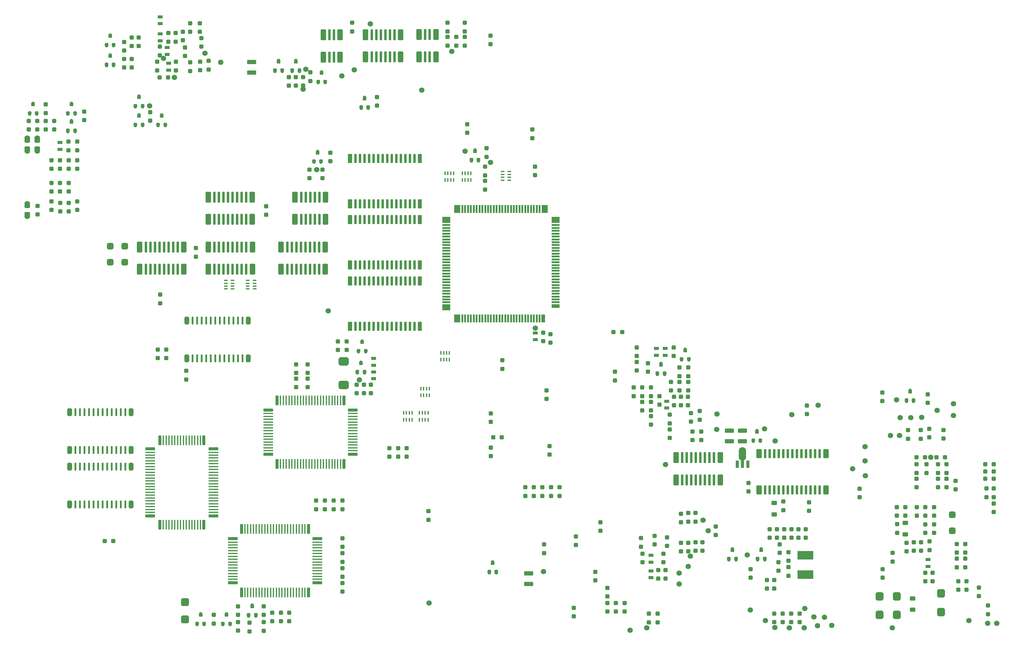
<source format=gbp>
G04 #@! TF.GenerationSoftware,KiCad,Pcbnew,7.0.8*
G04 #@! TF.CreationDate,2023-11-11T13:49:26+01:00*
G04 #@! TF.ProjectId,PCE,5043452e-6b69-4636-9164-5f7063625858,1.3*
G04 #@! TF.SameCoordinates,Original*
G04 #@! TF.FileFunction,Paste,Bot*
G04 #@! TF.FilePolarity,Positive*
%FSLAX46Y46*%
G04 Gerber Fmt 4.6, Leading zero omitted, Abs format (unit mm)*
G04 Created by KiCad (PCBNEW 7.0.8) date 2023-11-11 13:49:26*
%MOMM*%
%LPD*%
G01*
G04 APERTURE LIST*
G04 Aperture macros list*
%AMRoundRect*
0 Rectangle with rounded corners*
0 $1 Rounding radius*
0 $2 $3 $4 $5 $6 $7 $8 $9 X,Y pos of 4 corners*
0 Add a 4 corners polygon primitive as box body*
4,1,4,$2,$3,$4,$5,$6,$7,$8,$9,$2,$3,0*
0 Add four circle primitives for the rounded corners*
1,1,$1+$1,$2,$3*
1,1,$1+$1,$4,$5*
1,1,$1+$1,$6,$7*
1,1,$1+$1,$8,$9*
0 Add four rect primitives between the rounded corners*
20,1,$1+$1,$2,$3,$4,$5,0*
20,1,$1+$1,$4,$5,$6,$7,0*
20,1,$1+$1,$6,$7,$8,$9,0*
20,1,$1+$1,$8,$9,$2,$3,0*%
G04 Aperture macros list end*
%ADD10RoundRect,0.292682X-0.307318X0.307318X-0.307318X-0.307318X0.307318X-0.307318X0.307318X0.307318X0*%
%ADD11RoundRect,0.292682X0.307318X-0.307318X0.307318X0.307318X-0.307318X0.307318X-0.307318X-0.307318X0*%
%ADD12RoundRect,0.200000X0.300000X-0.300000X0.300000X0.300000X-0.300000X0.300000X-0.300000X-0.300000X0*%
%ADD13C,1.000000*%
%ADD14RoundRect,0.250000X0.250000X-0.250000X0.250000X0.250000X-0.250000X0.250000X-0.250000X-0.250000X0*%
%ADD15RoundRect,0.207500X-0.207500X-1.181875X0.207500X-1.181875X0.207500X1.181875X-0.207500X1.181875X0*%
%ADD16RoundRect,0.103750X-0.103750X-1.285625X0.103750X-1.285625X0.103750X1.285625X-0.103750X1.285625X0*%
%ADD17RoundRect,0.207500X-1.181875X0.207500X-1.181875X-0.207500X1.181875X-0.207500X1.181875X0.207500X0*%
%ADD18RoundRect,0.103750X-1.285625X0.103750X-1.285625X-0.103750X1.285625X-0.103750X1.285625X0.103750X0*%
%ADD19C,1.500000*%
%ADD20RoundRect,0.150000X0.600000X-1.350000X0.600000X1.350000X-0.600000X1.350000X-0.600000X-1.350000X0*%
%ADD21RoundRect,0.060000X0.240000X-1.440000X0.240000X1.440000X-0.240000X1.440000X-0.240000X-1.440000X0*%
%ADD22R,0.400000X1.100000*%
%ADD23R,1.100000X0.400000*%
%ADD24RoundRect,0.478260X-0.621740X0.671740X-0.621740X-0.671740X0.621740X-0.671740X0.621740X0.671740X0*%
%ADD25RoundRect,0.219512X0.480488X-0.230488X0.480488X0.230488X-0.480488X0.230488X-0.480488X-0.230488X0*%
%ADD26R,0.900000X2.000000*%
%ADD27R,0.900000X2.500000*%
%ADD28RoundRect,1.050000X0.000000X-0.825000X0.000000X0.825000X0.000000X0.825000X0.000000X-0.825000X0*%
%ADD29RoundRect,0.292682X0.307318X0.307318X-0.307318X0.307318X-0.307318X-0.307318X0.307318X-0.307318X0*%
%ADD30RoundRect,0.292682X-0.307318X-0.307318X0.307318X-0.307318X0.307318X0.307318X-0.307318X0.307318X0*%
%ADD31RoundRect,0.060000X0.240000X-1.190000X0.240000X1.190000X-0.240000X1.190000X-0.240000X-1.190000X0*%
%ADD32RoundRect,0.391304X0.508696X-0.508696X0.508696X0.508696X-0.508696X0.508696X-0.508696X-0.508696X0*%
%ADD33RoundRect,0.250000X-0.550000X0.325000X-0.550000X-0.325000X0.550000X-0.325000X0.550000X0.325000X0*%
%ADD34C,1.600000*%
%ADD35RoundRect,0.326087X-0.473913X0.423913X-0.473913X-0.423913X0.473913X-0.423913X0.473913X0.423913X0*%
%ADD36R,2.300000X1.750000*%
%ADD37R,2.300000X0.500000*%
%ADD38R,1.750000X2.300000*%
%ADD39R,0.500000X2.300000*%
%ADD40R,2.300000X1.000000*%
%ADD41R,1.000000X2.300000*%
%ADD42RoundRect,0.325000X-0.325000X-0.753750X0.325000X-0.753750X0.325000X0.753750X-0.325000X0.753750X0*%
%ADD43RoundRect,0.142500X-0.142500X-0.936250X0.142500X-0.936250X0.142500X0.936250X-0.142500X0.936250X0*%
%ADD44RoundRect,0.250000X1.050000X-0.325000X1.050000X0.325000X-1.050000X0.325000X-1.050000X-0.325000X0*%
%ADD45RoundRect,0.326087X0.473913X-0.423913X0.473913X0.423913X-0.473913X0.423913X-0.473913X-0.423913X0*%
%ADD46RoundRect,0.219512X-0.480488X0.230488X-0.480488X-0.230488X0.480488X-0.230488X0.480488X0.230488X0*%
%ADD47RoundRect,0.151000X-0.604000X1.099000X-0.604000X-1.099000X0.604000X-1.099000X0.604000X1.099000X0*%
%ADD48RoundRect,0.060000X-0.240000X1.190000X-0.240000X-1.190000X0.240000X-1.190000X0.240000X1.190000X0*%
%ADD49RoundRect,0.250000X-1.050000X0.325000X-1.050000X-0.325000X1.050000X-0.325000X1.050000X0.325000X0*%
%ADD50RoundRect,0.478260X-0.621740X0.621740X-0.621740X-0.621740X0.621740X-0.621740X0.621740X0.621740X0*%
%ADD51R,4.400000X2.400000*%
%ADD52RoundRect,0.207500X0.207500X1.181875X-0.207500X1.181875X-0.207500X-1.181875X0.207500X-1.181875X0*%
%ADD53RoundRect,0.103750X0.103750X1.285625X-0.103750X1.285625X-0.103750X-1.285625X0.103750X-1.285625X0*%
%ADD54RoundRect,0.150000X-0.600000X1.350000X-0.600000X-1.350000X0.600000X-1.350000X0.600000X1.350000X0*%
%ADD55RoundRect,0.060000X-0.240000X1.440000X-0.240000X-1.440000X0.240000X-1.440000X0.240000X1.440000X0*%
%ADD56RoundRect,0.499999X-0.900001X0.650001X-0.900001X-0.650001X0.900001X-0.650001X0.900001X0.650001X0*%
%ADD57RoundRect,0.391304X-0.508696X0.508696X-0.508696X-0.508696X0.508696X-0.508696X0.508696X0.508696X0*%
G04 APERTURE END LIST*
D10*
X152525000Y-65075000D03*
X152525000Y-67475000D03*
X217075000Y-179912500D03*
X217075000Y-182312500D03*
D11*
X161075000Y-186025000D03*
X161075000Y-183625000D03*
D10*
X330050000Y-177475000D03*
X330050000Y-179875000D03*
D12*
X131150000Y-215650000D03*
D13*
X131150000Y-215350000D03*
X132150000Y-218350000D03*
D14*
X132150000Y-218050000D03*
D13*
X130150000Y-218350000D03*
D14*
X130150000Y-218050000D03*
D11*
X242500000Y-214675000D03*
X242500000Y-212275000D03*
X216600000Y-82150000D03*
X216600000Y-79750000D03*
D15*
X135320000Y-191599000D03*
D16*
X136260000Y-191599000D03*
X137060000Y-191599000D03*
X137860000Y-191599000D03*
X138660000Y-191599000D03*
X139460000Y-191599000D03*
X140260000Y-191599000D03*
X141060000Y-191599000D03*
X141860000Y-191599000D03*
X142660000Y-191599000D03*
X143460000Y-191599000D03*
X144260000Y-191599000D03*
X145060000Y-191599000D03*
X145860000Y-191599000D03*
X146660000Y-191599000D03*
X147460000Y-191599000D03*
X148260000Y-191599000D03*
X149060000Y-191599000D03*
X149860000Y-191599000D03*
X150660000Y-191599000D03*
X151460000Y-191599000D03*
X152260000Y-191599000D03*
X153060000Y-191599000D03*
D15*
X154040000Y-191599000D03*
D17*
X156496800Y-194315000D03*
D18*
X156496800Y-195255000D03*
X156496800Y-196055000D03*
X156496800Y-196855000D03*
X156496800Y-197655000D03*
X156496800Y-198455000D03*
X156496800Y-199255000D03*
X156496800Y-200055000D03*
X156496800Y-200855000D03*
X156496800Y-201655000D03*
X156496800Y-202455000D03*
X156496800Y-203255000D03*
X156496800Y-204055000D03*
X156496800Y-204855000D03*
X156496800Y-205655000D03*
D17*
X156496800Y-206655000D03*
D15*
X154040000Y-209360200D03*
D16*
X153060000Y-209360200D03*
X152260000Y-209360200D03*
X151460000Y-209360200D03*
X150660000Y-209360200D03*
X149860000Y-209360200D03*
X149060000Y-209360200D03*
X148260000Y-209360200D03*
X147460000Y-209360200D03*
X146660000Y-209360200D03*
X145860000Y-209360200D03*
X145060000Y-209360200D03*
X144260000Y-209360200D03*
X143460000Y-209360200D03*
X142660000Y-209360200D03*
X141860000Y-209360200D03*
X141060000Y-209360200D03*
X140260000Y-209360200D03*
X139460000Y-209360200D03*
X138660000Y-209360200D03*
X137860000Y-209360200D03*
X137060000Y-209360200D03*
X136260000Y-209360200D03*
D15*
X135320000Y-209360200D03*
D17*
X132868400Y-206655000D03*
D18*
X132868400Y-205655000D03*
X132868400Y-204855000D03*
X132868400Y-204055000D03*
X132868400Y-203255000D03*
X132868400Y-202455000D03*
X132868400Y-201655000D03*
X132868400Y-200855000D03*
X132868400Y-200055000D03*
X132868400Y-199255000D03*
X132868400Y-198455000D03*
X132868400Y-197655000D03*
X132868400Y-196855000D03*
X132868400Y-196055000D03*
X132868400Y-195255000D03*
D17*
X132868400Y-194315000D03*
D19*
X166825000Y-63075000D03*
D20*
X158805000Y-104875000D03*
D21*
X157090000Y-104875000D03*
X155820000Y-104875000D03*
X154550000Y-104875000D03*
X153280000Y-104875000D03*
X152010000Y-104875000D03*
D20*
X150295000Y-104875000D03*
X150295000Y-98675000D03*
D21*
X152010000Y-98675000D03*
X153280000Y-98675000D03*
X154550000Y-98675000D03*
X155820000Y-98675000D03*
X157090000Y-98675000D03*
D20*
X158805000Y-98675000D03*
D12*
X322275000Y-153125000D03*
D13*
X322275000Y-152825000D03*
X323275000Y-155825000D03*
D14*
X323275000Y-155525000D03*
D13*
X321275000Y-155825000D03*
D14*
X321275000Y-155525000D03*
D10*
X249825000Y-159975000D03*
X249825000Y-162375000D03*
X326550000Y-190275000D03*
X326550000Y-192675000D03*
D19*
X185725000Y-68700000D03*
D10*
X192925000Y-53850000D03*
X192925000Y-56250000D03*
X134375000Y-217650000D03*
X134375000Y-220050000D03*
X167550000Y-151150000D03*
X167550000Y-153550000D03*
D11*
X262250000Y-189500000D03*
X262250000Y-187100000D03*
D22*
X193475000Y-144175000D03*
X192675000Y-144175000D03*
X191875000Y-144175000D03*
X191075000Y-144175000D03*
X191075000Y-142275000D03*
X191875000Y-142275000D03*
X192675000Y-142275000D03*
X193475000Y-142275000D03*
D23*
X137075000Y-124375000D03*
X137075000Y-123575000D03*
X137075000Y-122775000D03*
X137075000Y-121975000D03*
X138975000Y-121975000D03*
X138975000Y-122775000D03*
X138975000Y-123575000D03*
X138975000Y-124375000D03*
D10*
X332425000Y-173475000D03*
X332425000Y-175875000D03*
D20*
X189675000Y-59375000D03*
D21*
X187960000Y-59375000D03*
X186690000Y-59375000D03*
D20*
X184975000Y-59375000D03*
X184975000Y-53175000D03*
D21*
X186690000Y-53175000D03*
X187960000Y-53175000D03*
D20*
X189675000Y-53175000D03*
D10*
X163575000Y-198375000D03*
X163575000Y-200775000D03*
X171500000Y-151150000D03*
X171500000Y-153550000D03*
D19*
X322475000Y-160375000D03*
D24*
X313750000Y-210450000D03*
X313750000Y-215650000D03*
D25*
X84575000Y-85275000D03*
X84575000Y-83375000D03*
D10*
X127550000Y-215650000D03*
X127550000Y-218050000D03*
X326500000Y-203800000D03*
X326500000Y-206200000D03*
X321700000Y-163900000D03*
X321700000Y-166300000D03*
D11*
X89400000Y-102250000D03*
X89400000Y-99850000D03*
X325300000Y-166300000D03*
X325300000Y-163900000D03*
D15*
X145295000Y-155599000D03*
D16*
X146235000Y-155599000D03*
X147035000Y-155599000D03*
X147835000Y-155599000D03*
X148635000Y-155599000D03*
X149435000Y-155599000D03*
X150235000Y-155599000D03*
X151035000Y-155599000D03*
X151835000Y-155599000D03*
X152635000Y-155599000D03*
X153435000Y-155599000D03*
X154235000Y-155599000D03*
X155035000Y-155599000D03*
X155835000Y-155599000D03*
X156635000Y-155599000D03*
X157435000Y-155599000D03*
X158235000Y-155599000D03*
X159035000Y-155599000D03*
X159835000Y-155599000D03*
X160635000Y-155599000D03*
X161435000Y-155599000D03*
X162235000Y-155599000D03*
X163035000Y-155599000D03*
D15*
X164015000Y-155599000D03*
D17*
X166471800Y-158315000D03*
D18*
X166471800Y-159255000D03*
X166471800Y-160055000D03*
X166471800Y-160855000D03*
X166471800Y-161655000D03*
X166471800Y-162455000D03*
X166471800Y-163255000D03*
X166471800Y-164055000D03*
X166471800Y-164855000D03*
X166471800Y-165655000D03*
X166471800Y-166455000D03*
X166471800Y-167255000D03*
X166471800Y-168055000D03*
X166471800Y-168855000D03*
X166471800Y-169655000D03*
D17*
X166471800Y-170655000D03*
D15*
X164015000Y-173360200D03*
D16*
X163035000Y-173360200D03*
X162235000Y-173360200D03*
X161435000Y-173360200D03*
X160635000Y-173360200D03*
X159835000Y-173360200D03*
X159035000Y-173360200D03*
X158235000Y-173360200D03*
X157435000Y-173360200D03*
X156635000Y-173360200D03*
X155835000Y-173360200D03*
X155035000Y-173360200D03*
X154235000Y-173360200D03*
X153435000Y-173360200D03*
X152635000Y-173360200D03*
X151835000Y-173360200D03*
X151035000Y-173360200D03*
X150235000Y-173360200D03*
X149435000Y-173360200D03*
X148635000Y-173360200D03*
X147835000Y-173360200D03*
X147035000Y-173360200D03*
X146235000Y-173360200D03*
D15*
X145295000Y-173360200D03*
D17*
X142843400Y-170655000D03*
D18*
X142843400Y-169655000D03*
X142843400Y-168855000D03*
X142843400Y-168055000D03*
X142843400Y-167255000D03*
X142843400Y-166455000D03*
X142843400Y-165655000D03*
X142843400Y-164855000D03*
X142843400Y-164055000D03*
X142843400Y-163255000D03*
X142843400Y-162455000D03*
X142843400Y-161655000D03*
X142843400Y-160855000D03*
X142843400Y-160055000D03*
X142843400Y-159255000D03*
D17*
X142843400Y-158315000D03*
D11*
X260250000Y-189500000D03*
X260250000Y-187100000D03*
D10*
X102550000Y-60000000D03*
X102550000Y-62400000D03*
D19*
X113550000Y-59800000D03*
D12*
X145700000Y-60725000D03*
D13*
X145700000Y-60425000D03*
X146700000Y-63425000D03*
D14*
X146700000Y-63125000D03*
D13*
X144700000Y-63425000D03*
D14*
X144700000Y-63125000D03*
D26*
X276925000Y-173450000D03*
D27*
X275425000Y-173200000D03*
D28*
X275425000Y-170575000D03*
D26*
X273925000Y-173450000D03*
D11*
X294025000Y-186475000D03*
X294025000Y-184075000D03*
D10*
X287070800Y-191662200D03*
X287070800Y-194062200D03*
D11*
X337675000Y-202287500D03*
X337675000Y-199887500D03*
D10*
X335725000Y-206175000D03*
X335725000Y-208575000D03*
D29*
X241750000Y-136425000D03*
X239350000Y-136425000D03*
D11*
X221900000Y-182312500D03*
X221900000Y-179912500D03*
X118900000Y-54750000D03*
X118900000Y-52350000D03*
D10*
X197750000Y-49850000D03*
X197750000Y-52250000D03*
D11*
X237625000Y-210450000D03*
X237625000Y-208050000D03*
D12*
X259375000Y-141575000D03*
D13*
X259375000Y-141275000D03*
X260375000Y-144275000D03*
D14*
X260375000Y-143975000D03*
D13*
X258375000Y-144275000D03*
D14*
X258375000Y-143975000D03*
D11*
X78200000Y-79725000D03*
X78200000Y-77325000D03*
D29*
X345675000Y-173475000D03*
X343275000Y-173475000D03*
D30*
X324075000Y-171475000D03*
X326475000Y-171475000D03*
D19*
X109625000Y-73075000D03*
D10*
X261450000Y-164300000D03*
X261450000Y-166700000D03*
D11*
X89350000Y-90725000D03*
X89350000Y-88325000D03*
X142175000Y-103600000D03*
X142175000Y-101200000D03*
X251875000Y-205450000D03*
X251875000Y-203050000D03*
D12*
X87750000Y-77575000D03*
D13*
X87750000Y-77275000D03*
X88750000Y-80275000D03*
D14*
X88750000Y-79975000D03*
D13*
X86750000Y-80275000D03*
D14*
X86750000Y-79975000D03*
D19*
X277622000Y-214223600D03*
D11*
X235650000Y-192100000D03*
X235650000Y-189700000D03*
D19*
X197850000Y-85800000D03*
D10*
X326875000Y-173475000D03*
X326875000Y-175875000D03*
D11*
X89375000Y-85525000D03*
X89375000Y-83125000D03*
X318675000Y-192650000D03*
X318675000Y-190250000D03*
D19*
X264400000Y-189100000D03*
D11*
X146325000Y-217425000D03*
X146325000Y-215025000D03*
D19*
X319475000Y-160375000D03*
D11*
X288264600Y-200482200D03*
X288264600Y-198082200D03*
D22*
X194625000Y-93875000D03*
X193825000Y-93875000D03*
X193025000Y-93875000D03*
X192225000Y-93875000D03*
X192225000Y-91975000D03*
X193025000Y-91975000D03*
X193825000Y-91975000D03*
X194625000Y-91975000D03*
D11*
X249825000Y-154375000D03*
X249825000Y-151975000D03*
X86975000Y-90725000D03*
X86975000Y-88325000D03*
D31*
X184950000Y-100550000D03*
X185425000Y-100550000D03*
X183680000Y-100550000D03*
X182410000Y-100550000D03*
X181140000Y-100550000D03*
X179870000Y-100550000D03*
X178600000Y-100550000D03*
X177330000Y-100550000D03*
X176060000Y-100550000D03*
X174790000Y-100550000D03*
X173520000Y-100550000D03*
X172250000Y-100550000D03*
X170980000Y-100550000D03*
X169710000Y-100550000D03*
X168440000Y-100550000D03*
X167170000Y-100550000D03*
X165425000Y-100550000D03*
X165900000Y-100550000D03*
X165425000Y-87850000D03*
X165900000Y-87850000D03*
X167170000Y-87850000D03*
X168440000Y-87850000D03*
X169710000Y-87850000D03*
X170980000Y-87850000D03*
X172250000Y-87850000D03*
X173520000Y-87850000D03*
X174790000Y-87850000D03*
X176060000Y-87850000D03*
X177330000Y-87850000D03*
X178600000Y-87850000D03*
X179870000Y-87850000D03*
X181140000Y-87850000D03*
X182410000Y-87850000D03*
X183680000Y-87850000D03*
X184950000Y-87850000D03*
X185425000Y-87850000D03*
D11*
X286689800Y-217658800D03*
X286689800Y-215258800D03*
X234275000Y-206000000D03*
X234275000Y-203600000D03*
X255425000Y-152775000D03*
X255425000Y-150375000D03*
D10*
X120925000Y-60950000D03*
X120925000Y-63350000D03*
D11*
X220650000Y-155200000D03*
X220650000Y-152800000D03*
D10*
X330050000Y-173475000D03*
X330050000Y-175875000D03*
D19*
X346550000Y-217975000D03*
D11*
X150525000Y-67475000D03*
X150525000Y-65075000D03*
D10*
X256275000Y-154550000D03*
X256275000Y-156950000D03*
D24*
X330900000Y-209625000D03*
X330900000Y-214825000D03*
D11*
X84625000Y-102675000D03*
X84625000Y-100275000D03*
D10*
X344100000Y-213000000D03*
X344100000Y-215400000D03*
D19*
X171350000Y-50175000D03*
D10*
X163575000Y-202550000D03*
X163575000Y-204950000D03*
D19*
X325525000Y-160300000D03*
D32*
X98600000Y-116925000D03*
X98600000Y-112425000D03*
D19*
X338725000Y-217225000D03*
D11*
X289052000Y-217658800D03*
X289052000Y-215258800D03*
D10*
X169525000Y-151150000D03*
X169525000Y-153550000D03*
D33*
X322950000Y-211000000D03*
X322950000Y-214200000D03*
D19*
X219750000Y-203500000D03*
D11*
X228850000Y-196075000D03*
X228850000Y-193675000D03*
D10*
X237625000Y-212275000D03*
X237625000Y-214675000D03*
D11*
X317375000Y-200675000D03*
X317375000Y-198275000D03*
D34*
X78206600Y-82197000D03*
D35*
X78206600Y-82647000D03*
X78206600Y-85247000D03*
D34*
X78206600Y-85697000D03*
D10*
X176700000Y-168929200D03*
X176700000Y-171329200D03*
D31*
X184950000Y-117675000D03*
X185425000Y-117675000D03*
X183680000Y-117675000D03*
X182410000Y-117675000D03*
X181140000Y-117675000D03*
X179870000Y-117675000D03*
X178600000Y-117675000D03*
X177330000Y-117675000D03*
X176060000Y-117675000D03*
X174790000Y-117675000D03*
X173520000Y-117675000D03*
X172250000Y-117675000D03*
X170980000Y-117675000D03*
X169710000Y-117675000D03*
X168440000Y-117675000D03*
X167170000Y-117675000D03*
X165425000Y-117675000D03*
X165900000Y-117675000D03*
X165425000Y-104975000D03*
X165900000Y-104975000D03*
X167170000Y-104975000D03*
X168440000Y-104975000D03*
X169710000Y-104975000D03*
X170980000Y-104975000D03*
X172250000Y-104975000D03*
X173520000Y-104975000D03*
X174790000Y-104975000D03*
X176060000Y-104975000D03*
X177330000Y-104975000D03*
X178600000Y-104975000D03*
X179870000Y-104975000D03*
X181140000Y-104975000D03*
X182410000Y-104975000D03*
X183680000Y-104975000D03*
X184950000Y-104975000D03*
X185425000Y-104975000D03*
D10*
X328950000Y-185450000D03*
X328950000Y-187850000D03*
X285064200Y-191662200D03*
X285064200Y-194062200D03*
D36*
X192575000Y-129525000D03*
D37*
X192575000Y-128100000D03*
X192575000Y-127300000D03*
X192575000Y-126500000D03*
X192575000Y-125700000D03*
X192575000Y-124900000D03*
X192575000Y-124100000D03*
X192575000Y-123300000D03*
X192575000Y-122500000D03*
X192575000Y-121700000D03*
X192575000Y-120900000D03*
X192575000Y-120100000D03*
X192575000Y-119300000D03*
X192575000Y-118500000D03*
X192575000Y-117700000D03*
X192575000Y-116900000D03*
X192575000Y-116100000D03*
X192575000Y-115300000D03*
X192575000Y-114500000D03*
X192575000Y-113700000D03*
X192575000Y-112900000D03*
X192575000Y-112100000D03*
X192575000Y-111300000D03*
X192575000Y-110500000D03*
X192575000Y-109700000D03*
X192575000Y-108900000D03*
X192575000Y-108100000D03*
X192575000Y-107300000D03*
X192575000Y-106500000D03*
D36*
X192575000Y-105075000D03*
D38*
X195650000Y-102000000D03*
D39*
X197075000Y-102000000D03*
X197875000Y-102000000D03*
X198675000Y-102000000D03*
X199475000Y-102000000D03*
X200275000Y-102000000D03*
X201075000Y-102000000D03*
X201875000Y-102000000D03*
X202675000Y-102000000D03*
X203475000Y-102000000D03*
X204275000Y-102000000D03*
X205075000Y-102000000D03*
X205875000Y-102000000D03*
X206675000Y-102000000D03*
X207475000Y-102000000D03*
X208275000Y-102000000D03*
X209075000Y-102000000D03*
X209875000Y-102000000D03*
X210675000Y-102000000D03*
X211475000Y-102000000D03*
X212275000Y-102000000D03*
X213075000Y-102000000D03*
X213875000Y-102000000D03*
X214675000Y-102000000D03*
X215475000Y-102000000D03*
X216275000Y-102000000D03*
X217075000Y-102000000D03*
X217875000Y-102000000D03*
X218675000Y-102000000D03*
D38*
X220100000Y-102000000D03*
D36*
X223175000Y-105075000D03*
D37*
X223175000Y-106500000D03*
X223175000Y-107300000D03*
X223175000Y-108100000D03*
X223175000Y-108900000D03*
X223175000Y-109700000D03*
X223175000Y-110500000D03*
X223175000Y-111300000D03*
X223175000Y-112100000D03*
X223175000Y-112900000D03*
X223175000Y-113700000D03*
X223175000Y-114500000D03*
X223175000Y-115300000D03*
X223175000Y-116100000D03*
X223175000Y-116900000D03*
X223175000Y-117700000D03*
X223175000Y-118500000D03*
X223175000Y-119300000D03*
X223175000Y-120100000D03*
X223175000Y-120900000D03*
X223175000Y-121700000D03*
X223175000Y-122500000D03*
X223175000Y-123300000D03*
X223175000Y-124100000D03*
X223175000Y-124900000D03*
X223175000Y-125700000D03*
X223175000Y-126500000D03*
X223175000Y-127300000D03*
X223175000Y-128100000D03*
D40*
X223175000Y-129150000D03*
D41*
X219725000Y-132600000D03*
D39*
X218675000Y-132600000D03*
X217875000Y-132600000D03*
X217075000Y-132600000D03*
X216275000Y-132600000D03*
X215475000Y-132600000D03*
X214675000Y-132600000D03*
X213875000Y-132600000D03*
X213075000Y-132600000D03*
X212275000Y-132600000D03*
X211475000Y-132600000D03*
X210675000Y-132600000D03*
X209875000Y-132600000D03*
X209075000Y-132600000D03*
X208275000Y-132600000D03*
X207475000Y-132600000D03*
X206675000Y-132600000D03*
X205875000Y-132600000D03*
X205075000Y-132600000D03*
X204275000Y-132600000D03*
X203475000Y-132600000D03*
X202675000Y-132600000D03*
X201875000Y-132600000D03*
X201075000Y-132600000D03*
X200275000Y-132600000D03*
X199475000Y-132600000D03*
X198675000Y-132600000D03*
X197875000Y-132600000D03*
X197075000Y-132600000D03*
D38*
X195650000Y-132600000D03*
D10*
X260200000Y-146375000D03*
X260200000Y-148775000D03*
D42*
X87269600Y-174116800D03*
D43*
X88860000Y-174115550D03*
X90130000Y-174115550D03*
X91400000Y-174115550D03*
X92670000Y-174115550D03*
X93940000Y-174115550D03*
X95210000Y-174115550D03*
X96480000Y-174115550D03*
X97750000Y-174115550D03*
X99020000Y-174115550D03*
X100290000Y-174115550D03*
X101560000Y-174115550D03*
X102830000Y-174115550D03*
D42*
X104465400Y-174116800D03*
X104465400Y-184683200D03*
D43*
X102830000Y-184681950D03*
X101560000Y-184681950D03*
X100290000Y-184681950D03*
X99020000Y-184681950D03*
X97750000Y-184681950D03*
X96480000Y-184681950D03*
X95210000Y-184681950D03*
X93940000Y-184681950D03*
X92670000Y-184681950D03*
X91400000Y-184681950D03*
X90130000Y-184681950D03*
X88860000Y-184681950D03*
D42*
X87269600Y-184683200D03*
D12*
X168700000Y-145175000D03*
D13*
X168700000Y-144875000D03*
X169700000Y-147875000D03*
D14*
X169700000Y-147575000D03*
D13*
X167700000Y-147875000D03*
D14*
X167700000Y-147575000D03*
D10*
X214650000Y-179912500D03*
X214650000Y-182312500D03*
D30*
X112375000Y-65175000D03*
X114775000Y-65175000D03*
D11*
X205075000Y-171150000D03*
X205075000Y-168750000D03*
D23*
X210200000Y-91525000D03*
X210200000Y-92325000D03*
X210200000Y-93125000D03*
X210200000Y-93925000D03*
X208300000Y-93925000D03*
X208300000Y-93125000D03*
X208300000Y-92325000D03*
X208300000Y-91525000D03*
D19*
X156325000Y-90975000D03*
X187775000Y-212300000D03*
X217450000Y-135350000D03*
D12*
X106650000Y-75925000D03*
D13*
X106650000Y-75625000D03*
X107650000Y-78625000D03*
D14*
X107650000Y-78325000D03*
D13*
X105650000Y-78625000D03*
D14*
X105650000Y-78325000D03*
D11*
X82925000Y-79725000D03*
X82925000Y-77325000D03*
D19*
X306175000Y-174700000D03*
D10*
X264250000Y-195275000D03*
X264250000Y-197675000D03*
D19*
X276783800Y-198882000D03*
D12*
X98575000Y-53600000D03*
D13*
X98575000Y-53300000D03*
X99575000Y-56300000D03*
D14*
X99575000Y-56000000D03*
D13*
X97575000Y-56300000D03*
D14*
X97575000Y-56000000D03*
D11*
X253875000Y-205450000D03*
X253875000Y-203050000D03*
D10*
X258250000Y-195425000D03*
X258250000Y-197825000D03*
D19*
X268175000Y-163750000D03*
D11*
X153800000Y-147875000D03*
X153800000Y-145475000D03*
X221700000Y-139450000D03*
X221700000Y-137050000D03*
D30*
X343275000Y-175475000D03*
X345675000Y-175475000D03*
D12*
X150525000Y-60725000D03*
D13*
X150525000Y-60425000D03*
X151525000Y-63425000D03*
D14*
X151525000Y-63125000D03*
D13*
X149525000Y-63425000D03*
D14*
X149525000Y-63125000D03*
D19*
X129525000Y-60950000D03*
D11*
X208275000Y-146750000D03*
X208275000Y-144350000D03*
D19*
X260250000Y-202100000D03*
X343950000Y-217975000D03*
X309725000Y-168550000D03*
D32*
X102650000Y-116925000D03*
X102650000Y-112425000D03*
D11*
X87025000Y-102675000D03*
X87025000Y-100275000D03*
D23*
X130925000Y-124375000D03*
X130925000Y-123575000D03*
X130925000Y-122775000D03*
X130925000Y-121975000D03*
X132825000Y-121975000D03*
X132825000Y-122775000D03*
X132825000Y-123575000D03*
X132825000Y-124375000D03*
D11*
X328550000Y-206200000D03*
X328550000Y-203800000D03*
D10*
X335300000Y-199887500D03*
X335300000Y-202287500D03*
X120925000Y-49975000D03*
X120925000Y-52375000D03*
X153800000Y-149475000D03*
X153800000Y-151875000D03*
D20*
X179790000Y-59400000D03*
D21*
X178075000Y-59400000D03*
X176805000Y-59400000D03*
X175535000Y-59400000D03*
X174265000Y-59400000D03*
X172995000Y-59400000D03*
X171725000Y-59400000D03*
D20*
X170010000Y-59400000D03*
X170010000Y-53200000D03*
D21*
X171725000Y-53200000D03*
X172995000Y-53200000D03*
X174265000Y-53200000D03*
X175535000Y-53200000D03*
X176805000Y-53200000D03*
X178075000Y-53200000D03*
D20*
X179790000Y-53200000D03*
D11*
X341525000Y-210375000D03*
X341525000Y-207975000D03*
X256175000Y-143175000D03*
X256175000Y-140775000D03*
X163525000Y-186025000D03*
X163525000Y-183625000D03*
D44*
X275375000Y-166975000D03*
X275375000Y-164025000D03*
D34*
X75412600Y-104056600D03*
D45*
X75412600Y-103606600D03*
X75412600Y-101006600D03*
D34*
X75412600Y-100556600D03*
D10*
X124100000Y-54125000D03*
X124100000Y-56525000D03*
D19*
X159600000Y-130500000D03*
D12*
X156575000Y-86200000D03*
D13*
X156575000Y-85900000D03*
X157575000Y-88900000D03*
D14*
X157575000Y-88600000D03*
D13*
X155575000Y-88900000D03*
D14*
X155575000Y-88600000D03*
D10*
X293090600Y-191662200D03*
X293090600Y-194062200D03*
X314475000Y-153350000D03*
X314475000Y-155750000D03*
D19*
X244000000Y-219900000D03*
D11*
X327250000Y-156300000D03*
X327250000Y-153900000D03*
D10*
X104600000Y-53975000D03*
X104600000Y-56375000D03*
D25*
X327300000Y-202025000D03*
X327300000Y-200125000D03*
D46*
X254225000Y-155825000D03*
X254225000Y-157725000D03*
D42*
X120039600Y-133259850D03*
D43*
X121630000Y-133258600D03*
X122900000Y-133258600D03*
X124170000Y-133258600D03*
X125440000Y-133258600D03*
X126710000Y-133258600D03*
X127980000Y-133258600D03*
X129250000Y-133258600D03*
X130520000Y-133258600D03*
X131790000Y-133258600D03*
X133060000Y-133258600D03*
X134330000Y-133258600D03*
X135600000Y-133258600D03*
D42*
X137235400Y-133259850D03*
X137235400Y-143826250D03*
D43*
X135600000Y-143825000D03*
X134330000Y-143825000D03*
X133060000Y-143825000D03*
X131790000Y-143825000D03*
X130520000Y-143825000D03*
X129250000Y-143825000D03*
X127980000Y-143825000D03*
X126710000Y-143825000D03*
X125440000Y-143825000D03*
X124170000Y-143825000D03*
X122900000Y-143825000D03*
X121630000Y-143825000D03*
D42*
X120039600Y-143826250D03*
D19*
X309775000Y-176675000D03*
D11*
X141550000Y-215600000D03*
X141550000Y-213200000D03*
D20*
X138360000Y-104875000D03*
D21*
X136645000Y-104875000D03*
X135375000Y-104875000D03*
X134105000Y-104875000D03*
X132835000Y-104875000D03*
X131565000Y-104875000D03*
X130295000Y-104875000D03*
X129025000Y-104875000D03*
X127755000Y-104875000D03*
D20*
X126040000Y-104875000D03*
X126040000Y-98675000D03*
D21*
X127755000Y-98675000D03*
X129025000Y-98675000D03*
X130295000Y-98675000D03*
X131565000Y-98675000D03*
X132835000Y-98675000D03*
X134105000Y-98675000D03*
X135375000Y-98675000D03*
X136645000Y-98675000D03*
D20*
X138360000Y-98675000D03*
D10*
X114900000Y-52750000D03*
X114900000Y-55150000D03*
D11*
X82175000Y-90725000D03*
X82175000Y-88325000D03*
X143925000Y-217425000D03*
X143925000Y-215025000D03*
D31*
X184950000Y-134850000D03*
X185425000Y-134850000D03*
X183680000Y-134850000D03*
X182410000Y-134850000D03*
X181140000Y-134850000D03*
X179870000Y-134850000D03*
X178600000Y-134850000D03*
X177330000Y-134850000D03*
X176060000Y-134850000D03*
X174790000Y-134850000D03*
X173520000Y-134850000D03*
X172250000Y-134850000D03*
X170980000Y-134850000D03*
X169710000Y-134850000D03*
X168440000Y-134850000D03*
X167170000Y-134850000D03*
X165425000Y-134850000D03*
X165900000Y-134850000D03*
X165425000Y-122150000D03*
X165900000Y-122150000D03*
X167170000Y-122150000D03*
X168440000Y-122150000D03*
X169710000Y-122150000D03*
X170980000Y-122150000D03*
X172250000Y-122150000D03*
X173520000Y-122150000D03*
X174790000Y-122150000D03*
X176060000Y-122150000D03*
X177330000Y-122150000D03*
X178600000Y-122150000D03*
X179870000Y-122150000D03*
X181140000Y-122150000D03*
X182410000Y-122150000D03*
X183680000Y-122150000D03*
X184950000Y-122150000D03*
X185425000Y-122150000D03*
D11*
X249000000Y-147575000D03*
X249000000Y-145175000D03*
D10*
X109825000Y-74900000D03*
X109825000Y-77300000D03*
D11*
X156225000Y-186025000D03*
X156225000Y-183625000D03*
D10*
X261000000Y-159150000D03*
X261000000Y-161550000D03*
D11*
X166225000Y-52275000D03*
X166225000Y-49875000D03*
X154325000Y-93375000D03*
X154325000Y-90975000D03*
X179100000Y-171329200D03*
X179100000Y-168929200D03*
D25*
X114950000Y-63100000D03*
X114950000Y-61200000D03*
D10*
X114274600Y-141370200D03*
X114274600Y-143770200D03*
X284276800Y-205835400D03*
X284276800Y-208235400D03*
D33*
X284250000Y-184275000D03*
X284250000Y-187475000D03*
D19*
X153300000Y-62900000D03*
D10*
X228275000Y-213625000D03*
X228275000Y-216025000D03*
D11*
X255050000Y-161975000D03*
X255050000Y-159575000D03*
D10*
X123725000Y-60750000D03*
X123725000Y-63150000D03*
D42*
X87275577Y-158866800D03*
D43*
X88865977Y-158865550D03*
X90135977Y-158865550D03*
X91405977Y-158865550D03*
X92675977Y-158865550D03*
X93945977Y-158865550D03*
X95215977Y-158865550D03*
X96485977Y-158865550D03*
X97755977Y-158865550D03*
X99025977Y-158865550D03*
X100295977Y-158865550D03*
X101565977Y-158865550D03*
X102835977Y-158865550D03*
D42*
X104471377Y-158866800D03*
X104471377Y-169433200D03*
D43*
X102835977Y-169431950D03*
X101565977Y-169431950D03*
X100295977Y-169431950D03*
X99025977Y-169431950D03*
X97755977Y-169431950D03*
X96485977Y-169431950D03*
X95215977Y-169431950D03*
X93945977Y-169431950D03*
X92675977Y-169431950D03*
X91405977Y-169431950D03*
X90135977Y-169431950D03*
X88865977Y-169431950D03*
D42*
X87275577Y-169433200D03*
D34*
X75412600Y-82197000D03*
D35*
X75412600Y-82647000D03*
X75412600Y-85247000D03*
D34*
X75412600Y-85697000D03*
D12*
X279425000Y-164350000D03*
D13*
X279425000Y-164050000D03*
X280425000Y-167050000D03*
D14*
X280425000Y-166750000D03*
D13*
X278425000Y-167050000D03*
D14*
X278425000Y-166750000D03*
D19*
X296550000Y-156950000D03*
D10*
X240000000Y-212275000D03*
X240000000Y-214675000D03*
X195350000Y-53850000D03*
X195350000Y-56250000D03*
X78308200Y-101106600D03*
X78308200Y-103506600D03*
X343625000Y-180250000D03*
X343625000Y-182650000D03*
D47*
X280055000Y-170470000D03*
D48*
X281780000Y-170470000D03*
X283050000Y-170470000D03*
X284320000Y-170470000D03*
X285590000Y-170470000D03*
X286860000Y-170470000D03*
X288130000Y-170470000D03*
X289400000Y-170470000D03*
X290670000Y-170470000D03*
X291940000Y-170470000D03*
X293210000Y-170470000D03*
X294480000Y-170470000D03*
X295750000Y-170470000D03*
X297020000Y-170470000D03*
D47*
X298740000Y-170470000D03*
X298740000Y-180630000D03*
D48*
X297020000Y-180630000D03*
X295750000Y-180630000D03*
X294480000Y-180630000D03*
X293210000Y-180630000D03*
X291940000Y-180630000D03*
X290670000Y-180630000D03*
X289400000Y-180630000D03*
X288130000Y-180630000D03*
X286860000Y-180630000D03*
X285590000Y-180630000D03*
X284320000Y-180630000D03*
X283050000Y-180630000D03*
X281780000Y-180630000D03*
D47*
X280055000Y-180630000D03*
D10*
X345675000Y-180250000D03*
X345675000Y-182650000D03*
D11*
X285851600Y-198278600D03*
X285851600Y-195878600D03*
D12*
X169075000Y-139275000D03*
D13*
X169075000Y-138975000D03*
X170075000Y-141975000D03*
D14*
X170075000Y-141675000D03*
D13*
X168075000Y-141975000D03*
D14*
X168075000Y-141675000D03*
D10*
X257800000Y-146375000D03*
X257800000Y-148775000D03*
X345675000Y-184450000D03*
X345675000Y-186850000D03*
D11*
X245825000Y-143175000D03*
X245825000Y-140775000D03*
D12*
X157750000Y-63925000D03*
D13*
X157750000Y-63625000D03*
X158750000Y-66625000D03*
D14*
X158750000Y-66325000D03*
D13*
X156750000Y-66625000D03*
D14*
X156750000Y-66325000D03*
D12*
X123900000Y-215650000D03*
D13*
X123900000Y-215350000D03*
X124900000Y-218350000D03*
D14*
X124900000Y-218050000D03*
D13*
X122900000Y-218350000D03*
D14*
X122900000Y-218050000D03*
D10*
X173175000Y-70625000D03*
X173175000Y-73025000D03*
X247400000Y-151975000D03*
X247400000Y-154375000D03*
X318575000Y-185450000D03*
X318575000Y-187850000D03*
D11*
X249225000Y-217700000D03*
X249225000Y-215300000D03*
D20*
X119185000Y-118875000D03*
D21*
X117470000Y-118875000D03*
X116200000Y-118875000D03*
X114930000Y-118875000D03*
X113660000Y-118875000D03*
X112390000Y-118875000D03*
X111120000Y-118875000D03*
X109850000Y-118875000D03*
X108580000Y-118875000D03*
D20*
X106865000Y-118875000D03*
X106865000Y-112675000D03*
D21*
X108580000Y-112675000D03*
X109850000Y-112675000D03*
X111120000Y-112675000D03*
X112390000Y-112675000D03*
X113660000Y-112675000D03*
X114930000Y-112675000D03*
X116200000Y-112675000D03*
X117470000Y-112675000D03*
D20*
X119185000Y-112675000D03*
D10*
X260175000Y-154550000D03*
X260175000Y-156950000D03*
D11*
X258250000Y-189725000D03*
X258250000Y-187325000D03*
D19*
X116600000Y-65175000D03*
D12*
X252600000Y-145575000D03*
D13*
X252600000Y-145275000D03*
X253600000Y-148275000D03*
D14*
X253600000Y-147975000D03*
D13*
X251600000Y-148275000D03*
D14*
X251600000Y-147975000D03*
D25*
X251375000Y-142925000D03*
X251375000Y-141025000D03*
D11*
X291084000Y-194062200D03*
X291084000Y-191662200D03*
D19*
X260825000Y-199200000D03*
D10*
X332425000Y-177475000D03*
X332425000Y-179875000D03*
X239725000Y-147575000D03*
X239725000Y-149975000D03*
D11*
X250825000Y-195900000D03*
X250825000Y-193500000D03*
D29*
X208100000Y-165950000D03*
X205700000Y-165950000D03*
D10*
X255050000Y-163675000D03*
X255050000Y-166075000D03*
D11*
X82225000Y-97075000D03*
X82225000Y-94675000D03*
X254275000Y-196300000D03*
X254275000Y-193900000D03*
X308125000Y-182675000D03*
X308125000Y-180275000D03*
D49*
X215587750Y-204025000D03*
X215587750Y-206975000D03*
D20*
X138385000Y-118875000D03*
D21*
X136670000Y-118875000D03*
X135400000Y-118875000D03*
X134130000Y-118875000D03*
X132860000Y-118875000D03*
X131590000Y-118875000D03*
X130320000Y-118875000D03*
X129050000Y-118875000D03*
X127780000Y-118875000D03*
D20*
X126065000Y-118875000D03*
X126065000Y-112675000D03*
D21*
X127780000Y-112675000D03*
X129050000Y-112675000D03*
X130320000Y-112675000D03*
X131590000Y-112675000D03*
X132860000Y-112675000D03*
X134130000Y-112675000D03*
X135400000Y-112675000D03*
X136670000Y-112675000D03*
D20*
X138385000Y-112675000D03*
D19*
X334450000Y-159775000D03*
D11*
X314600000Y-205200000D03*
X314600000Y-202800000D03*
D10*
X164700000Y-139075000D03*
X164700000Y-141475000D03*
D12*
X87750000Y-72725000D03*
D13*
X87750000Y-72425000D03*
X88750000Y-75425000D03*
D14*
X88750000Y-75125000D03*
D13*
X86750000Y-75425000D03*
D14*
X86750000Y-75125000D03*
D10*
X263425000Y-158575000D03*
X263425000Y-160975000D03*
D19*
X281863800Y-217246200D03*
X296367200Y-218668600D03*
D50*
X119550000Y-212050000D03*
X119550000Y-216850000D03*
D11*
X148650000Y-217425000D03*
X148650000Y-215025000D03*
D10*
X326575000Y-185450000D03*
X326575000Y-187850000D03*
D11*
X203425000Y-92550000D03*
X203425000Y-90150000D03*
X116950000Y-63175000D03*
X116950000Y-60775000D03*
D46*
X172275000Y-143825000D03*
X172275000Y-145725000D03*
D51*
X293039800Y-198943000D03*
X293039800Y-204343000D03*
D19*
X284500000Y-166925000D03*
D10*
X258225000Y-154550000D03*
X258225000Y-156950000D03*
X324100000Y-177475000D03*
X324100000Y-179875000D03*
D19*
X292836600Y-213842600D03*
D10*
X116900000Y-52750000D03*
X116900000Y-55150000D03*
D19*
X300355000Y-218592400D03*
D46*
X253800000Y-141025000D03*
X253800000Y-142925000D03*
D19*
X292633400Y-219227400D03*
D11*
X251650000Y-217700000D03*
X251650000Y-215300000D03*
X203825000Y-87400000D03*
X203825000Y-85000000D03*
X284302200Y-217658800D03*
X284302200Y-215258800D03*
D22*
X183050000Y-160975000D03*
X182250000Y-160975000D03*
X181450000Y-160975000D03*
X180650000Y-160975000D03*
X180650000Y-159075000D03*
X181450000Y-159075000D03*
X182250000Y-159075000D03*
X183050000Y-159075000D03*
D11*
X158650000Y-186025000D03*
X158650000Y-183625000D03*
D22*
X187850000Y-154150000D03*
X187050000Y-154150000D03*
X186250000Y-154150000D03*
X185450000Y-154150000D03*
X185450000Y-152250000D03*
X186250000Y-152250000D03*
X187050000Y-152250000D03*
X187850000Y-152250000D03*
D10*
X219475000Y-179912500D03*
X219475000Y-182312500D03*
D11*
X331650000Y-166275000D03*
X331650000Y-163875000D03*
D10*
X283057600Y-191662200D03*
X283057600Y-194062200D03*
X335025000Y-178075000D03*
X335025000Y-180475000D03*
D19*
X168325000Y-149850000D03*
X284480000Y-219202000D03*
D11*
X134375000Y-215650000D03*
X134375000Y-213250000D03*
X86975000Y-97075000D03*
X86975000Y-94675000D03*
X160175000Y-88625000D03*
X160175000Y-86225000D03*
X91350000Y-77100000D03*
X91350000Y-74700000D03*
D19*
X289225000Y-159550000D03*
D10*
X224275000Y-179912500D03*
X224275000Y-182312500D03*
X244975000Y-151975000D03*
X244975000Y-154375000D03*
D19*
X265800000Y-192100000D03*
X334450000Y-156525000D03*
D46*
X112550000Y-53000000D03*
X112550000Y-54900000D03*
D10*
X150600000Y-149475000D03*
X150600000Y-151875000D03*
D11*
X86925000Y-85525000D03*
X86925000Y-83125000D03*
D10*
X252175000Y-154375000D03*
X252175000Y-156775000D03*
D46*
X172275000Y-147600000D03*
X172275000Y-149500000D03*
D10*
X204950000Y-53450000D03*
X204950000Y-55850000D03*
D11*
X154575000Y-66150000D03*
X154575000Y-63750000D03*
D12*
X169775000Y-71075000D03*
D13*
X169775000Y-70775000D03*
X170775000Y-73775000D03*
D14*
X170775000Y-73475000D03*
D13*
X168775000Y-73775000D03*
D14*
X168775000Y-73475000D03*
D10*
X282219400Y-205835400D03*
X282219400Y-208235400D03*
D11*
X267925000Y-193250000D03*
X267925000Y-190850000D03*
X84600000Y-97075000D03*
X84600000Y-94675000D03*
D10*
X324175000Y-185450000D03*
X324175000Y-187850000D03*
D46*
X112575000Y-48225000D03*
X112575000Y-50125000D03*
D10*
X197750000Y-53850000D03*
X197750000Y-56250000D03*
D17*
X127526000Y-169170000D03*
D18*
X127526000Y-170110000D03*
X127526000Y-170910000D03*
X127526000Y-171710000D03*
X127526000Y-172510000D03*
X127526000Y-173310000D03*
X127526000Y-174110000D03*
X127526000Y-174910000D03*
X127526000Y-175710000D03*
X127526000Y-176510000D03*
X127526000Y-177310000D03*
X127526000Y-178110000D03*
X127526000Y-178910000D03*
X127526000Y-179710000D03*
X127526000Y-180510000D03*
X127526000Y-181310000D03*
X127526000Y-182110000D03*
X127526000Y-182910000D03*
X127526000Y-183710000D03*
X127526000Y-184510000D03*
X127526000Y-185310000D03*
X127526000Y-186110000D03*
X127526000Y-186910000D03*
D17*
X127526000Y-187890000D03*
D52*
X124810000Y-190346800D03*
D53*
X123870000Y-190346800D03*
X123070000Y-190346800D03*
X122270000Y-190346800D03*
X121470000Y-190346800D03*
X120670000Y-190346800D03*
X119870000Y-190346800D03*
X119070000Y-190346800D03*
X118270000Y-190346800D03*
X117470000Y-190346800D03*
X116670000Y-190346800D03*
X115870000Y-190346800D03*
X115070000Y-190346800D03*
X114270000Y-190346800D03*
X113470000Y-190346800D03*
D52*
X112470000Y-190346800D03*
D17*
X109764800Y-187890000D03*
D18*
X109764800Y-186910000D03*
X109764800Y-186110000D03*
X109764800Y-185310000D03*
X109764800Y-184510000D03*
X109764800Y-183710000D03*
X109764800Y-182910000D03*
X109764800Y-182110000D03*
X109764800Y-181310000D03*
X109764800Y-180510000D03*
X109764800Y-179710000D03*
X109764800Y-178910000D03*
X109764800Y-178110000D03*
X109764800Y-177310000D03*
X109764800Y-176510000D03*
X109764800Y-175710000D03*
X109764800Y-174910000D03*
X109764800Y-174110000D03*
X109764800Y-173310000D03*
X109764800Y-172510000D03*
X109764800Y-171710000D03*
X109764800Y-170910000D03*
X109764800Y-170110000D03*
D17*
X109764800Y-169170000D03*
D52*
X112470000Y-166718400D03*
D53*
X113470000Y-166718400D03*
X114270000Y-166718400D03*
X115070000Y-166718400D03*
X115870000Y-166718400D03*
X116670000Y-166718400D03*
X117470000Y-166718400D03*
X118270000Y-166718400D03*
X119070000Y-166718400D03*
X119870000Y-166718400D03*
X120670000Y-166718400D03*
X121470000Y-166718400D03*
X122270000Y-166718400D03*
X123070000Y-166718400D03*
X123870000Y-166718400D03*
D52*
X124810000Y-166718400D03*
D10*
X106600000Y-53975000D03*
X106600000Y-56375000D03*
D30*
X329650000Y-171475000D03*
X332050000Y-171475000D03*
D11*
X84550000Y-90725000D03*
X84550000Y-88325000D03*
D12*
X205575000Y-201125000D03*
D13*
X205575000Y-200825000D03*
X206575000Y-203825000D03*
D14*
X206575000Y-203525000D03*
D13*
X204575000Y-203825000D03*
D14*
X204575000Y-203525000D03*
D19*
X328075000Y-171475000D03*
X319325000Y-165375000D03*
D10*
X217400000Y-90125000D03*
X217400000Y-92525000D03*
X126125000Y-60525000D03*
X126125000Y-62925000D03*
D12*
X98575000Y-59150000D03*
D13*
X98575000Y-58850000D03*
X99575000Y-61850000D03*
D14*
X99575000Y-61550000D03*
D13*
X97575000Y-61850000D03*
D14*
X97575000Y-61550000D03*
D19*
X281600000Y-163525000D03*
D11*
X337675000Y-198200000D03*
X337675000Y-195800000D03*
D22*
X199450000Y-93875000D03*
X198650000Y-93875000D03*
X197850000Y-93875000D03*
X197050000Y-93875000D03*
X197050000Y-91975000D03*
X197850000Y-91975000D03*
X198650000Y-91975000D03*
X199450000Y-91975000D03*
D10*
X112500000Y-56550000D03*
X112500000Y-58950000D03*
D11*
X203425000Y-96537500D03*
X203425000Y-94137500D03*
X80575000Y-75125000D03*
X80575000Y-72725000D03*
D10*
X263875000Y-164300000D03*
X263875000Y-166700000D03*
X323325000Y-195250000D03*
X323325000Y-197650000D03*
X262250000Y-195275000D03*
X262250000Y-197675000D03*
D19*
X257675000Y-203900000D03*
D12*
X138325000Y-213225000D03*
D13*
X138325000Y-212925000D03*
X139325000Y-215925000D03*
D14*
X139325000Y-215625000D03*
D13*
X137325000Y-215925000D03*
D14*
X137325000Y-215625000D03*
D30*
X97075000Y-194950000D03*
X99475000Y-194950000D03*
D19*
X295376600Y-216230200D03*
D11*
X192925000Y-52250000D03*
X192925000Y-49850000D03*
X82200000Y-102275000D03*
X82200000Y-99875000D03*
D10*
X328950000Y-190275000D03*
X328950000Y-192675000D03*
X327675000Y-163500000D03*
X327675000Y-165900000D03*
D11*
X335300000Y-198200000D03*
X335300000Y-195800000D03*
D10*
X163575000Y-206725000D03*
X163575000Y-209125000D03*
X325375000Y-195250000D03*
X325375000Y-197650000D03*
D19*
X204975000Y-88950000D03*
D25*
X114550000Y-58700000D03*
X114550000Y-56800000D03*
D19*
X163425000Y-64700000D03*
D10*
X293400000Y-157000000D03*
X293400000Y-159400000D03*
D25*
X217450000Y-138575000D03*
X217450000Y-136675000D03*
D11*
X247400000Y-158375000D03*
X247400000Y-155975000D03*
D10*
X75850000Y-77325000D03*
X75850000Y-79725000D03*
D19*
X288493200Y-219227400D03*
D11*
X219950000Y-198300000D03*
X219950000Y-195900000D03*
D10*
X286850000Y-183875000D03*
X286850000Y-186275000D03*
D11*
X253325000Y-200875000D03*
X253325000Y-198475000D03*
X150600000Y-147875000D03*
X150600000Y-145475000D03*
D19*
X253850000Y-173500000D03*
D54*
X256865000Y-171625000D03*
D55*
X258580000Y-171625000D03*
X259850000Y-171625000D03*
X261120000Y-171625000D03*
X262390000Y-171625000D03*
X263660000Y-171625000D03*
X264930000Y-171625000D03*
X266200000Y-171625000D03*
X267470000Y-171625000D03*
D54*
X269185000Y-171625000D03*
X269185000Y-177825000D03*
D55*
X267470000Y-177825000D03*
X266200000Y-177825000D03*
X264930000Y-177825000D03*
X263660000Y-177825000D03*
X262390000Y-177825000D03*
X261120000Y-177825000D03*
X259850000Y-177825000D03*
X258580000Y-177825000D03*
D54*
X256865000Y-177825000D03*
D22*
X187475000Y-160975000D03*
X186675000Y-160975000D03*
X185875000Y-160975000D03*
X185075000Y-160975000D03*
X185075000Y-159075000D03*
X185875000Y-159075000D03*
X186675000Y-159075000D03*
X187475000Y-159075000D03*
D33*
X320950000Y-189850000D03*
X320950000Y-193050000D03*
D11*
X187600000Y-189000000D03*
X187600000Y-186600000D03*
D10*
X221450000Y-168350000D03*
X221450000Y-170750000D03*
X277050000Y-178675000D03*
X277050000Y-181075000D03*
X112625000Y-125987500D03*
X112625000Y-128387500D03*
X219650000Y-136625000D03*
X219650000Y-139025000D03*
X162275000Y-139075000D03*
X162275000Y-141475000D03*
D20*
X158710000Y-118875000D03*
D21*
X156995000Y-118875000D03*
X155725000Y-118875000D03*
X154455000Y-118875000D03*
X153185000Y-118875000D03*
X151915000Y-118875000D03*
X150645000Y-118875000D03*
X149375000Y-118875000D03*
X148105000Y-118875000D03*
D20*
X146390000Y-118875000D03*
X146390000Y-112675000D03*
D21*
X148105000Y-112675000D03*
X149375000Y-112675000D03*
X150645000Y-112675000D03*
X151915000Y-112675000D03*
X153185000Y-112675000D03*
X154455000Y-112675000D03*
X155725000Y-112675000D03*
X156995000Y-112675000D03*
D20*
X158710000Y-112675000D03*
D12*
X77050000Y-72725000D03*
D13*
X77050000Y-72425000D03*
X78050000Y-75425000D03*
D14*
X78050000Y-75125000D03*
D13*
X76050000Y-75425000D03*
D14*
X76050000Y-75125000D03*
D19*
X125125000Y-58350000D03*
X248650000Y-219275000D03*
D25*
X249825000Y-200850000D03*
X249825000Y-198950000D03*
D19*
X317300000Y-219250000D03*
X194150000Y-57850000D03*
D11*
X247425000Y-200900000D03*
X247425000Y-198500000D03*
X141550000Y-220075000D03*
X141550000Y-217675000D03*
X285470600Y-203263200D03*
X285470600Y-200863200D03*
D56*
X163925000Y-144700000D03*
X163925000Y-151300000D03*
D19*
X257700000Y-206950000D03*
X318475000Y-155375000D03*
D12*
X200600000Y-85800000D03*
D13*
X200600000Y-85500000D03*
X201600000Y-88500000D03*
D14*
X201600000Y-88200000D03*
D13*
X199600000Y-88500000D03*
D14*
X199600000Y-88200000D03*
D10*
X324100000Y-173475000D03*
X324100000Y-175875000D03*
D19*
X298373800Y-216281000D03*
D11*
X321275000Y-197850000D03*
X321275000Y-195450000D03*
D20*
X162900000Y-59450000D03*
D21*
X161185000Y-59450000D03*
X159915000Y-59450000D03*
D20*
X158200000Y-59450000D03*
X158200000Y-53250000D03*
D21*
X159915000Y-53250000D03*
X161185000Y-53250000D03*
D20*
X162900000Y-53250000D03*
D10*
X111887000Y-141370200D03*
X111887000Y-143770200D03*
D12*
X113000000Y-75925000D03*
D13*
X113000000Y-75625000D03*
X114000000Y-78625000D03*
D14*
X114000000Y-78325000D03*
D13*
X112000000Y-78625000D03*
D14*
X112000000Y-78325000D03*
D10*
X119525000Y-56750000D03*
X119525000Y-59150000D03*
X338075000Y-206175000D03*
X338075000Y-208575000D03*
D11*
X291439600Y-217658800D03*
X291439600Y-215258800D03*
X245825000Y-147200000D03*
X245825000Y-144800000D03*
D10*
X288264600Y-202254000D03*
X288264600Y-204654000D03*
X205075000Y-159200000D03*
X205075000Y-161600000D03*
X260200000Y-150375000D03*
X260200000Y-152775000D03*
D44*
X138150000Y-63775000D03*
X138150000Y-60825000D03*
D11*
X277672800Y-205219000D03*
X277672800Y-202819000D03*
D19*
X268275000Y-159350000D03*
D11*
X198450000Y-80650000D03*
X198450000Y-78250000D03*
D10*
X80575000Y-77325000D03*
X80575000Y-79725000D03*
D12*
X280644600Y-197459600D03*
D13*
X280644600Y-197159600D03*
X281644600Y-200159600D03*
D14*
X281644600Y-199859600D03*
D13*
X279644600Y-200159600D03*
D14*
X279644600Y-199859600D03*
D11*
X111750000Y-63175000D03*
X111750000Y-60775000D03*
D10*
X137575000Y-217850000D03*
X137575000Y-220250000D03*
D11*
X163575000Y-196600000D03*
X163575000Y-194200000D03*
X123700000Y-52375000D03*
X123700000Y-49975000D03*
D12*
X272592800Y-197459600D03*
D13*
X272592800Y-197159600D03*
X273592800Y-200159600D03*
D14*
X273592800Y-199859600D03*
D13*
X271592800Y-200159600D03*
D14*
X271592800Y-199859600D03*
D11*
X104600000Y-62400000D03*
X104600000Y-60000000D03*
D24*
X318575000Y-210425000D03*
X318575000Y-215625000D03*
D19*
X329875000Y-158375000D03*
D11*
X122575000Y-115350000D03*
X122575000Y-112950000D03*
D19*
X316775000Y-165375000D03*
X152525000Y-68475000D03*
D10*
X257800000Y-150375000D03*
X257800000Y-152775000D03*
D44*
X271725000Y-166975000D03*
X271725000Y-164025000D03*
D11*
X247025000Y-196525000D03*
X247025000Y-194125000D03*
X320950000Y-187850000D03*
X320950000Y-185450000D03*
D12*
X106650000Y-70700000D03*
D13*
X106650000Y-70400000D03*
X107650000Y-73400000D03*
D14*
X107650000Y-73100000D03*
D13*
X105650000Y-73400000D03*
D14*
X105650000Y-73100000D03*
D10*
X260250000Y-195425000D03*
X260250000Y-197825000D03*
D11*
X327700000Y-197450000D03*
X327700000Y-195050000D03*
X102550000Y-57625000D03*
X102550000Y-55225000D03*
D10*
X181500000Y-168929200D03*
X181500000Y-171329200D03*
D19*
X309725000Y-172550000D03*
D57*
X334100000Y-187575000D03*
X334100000Y-192075000D03*
D10*
X148525000Y-65075000D03*
X148525000Y-67475000D03*
X249825000Y-155975000D03*
X249825000Y-158375000D03*
D11*
X289077400Y-194062200D03*
X289077400Y-191662200D03*
D10*
X119850000Y-147325000D03*
X119850000Y-149725000D03*
D29*
X345675000Y-177475000D03*
X343275000Y-177475000D03*
D46*
X249825000Y-203300000D03*
X249825000Y-205200000D03*
D10*
X157975000Y-90975000D03*
X157975000Y-93375000D03*
M02*

</source>
